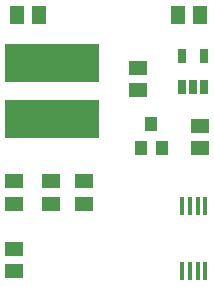
<source format=gbr>
G04 EAGLE Gerber RS-274X export*
G75*
%MOMM*%
%FSLAX34Y34*%
%LPD*%
%INSolderpaste Top*%
%IPPOS*%
%AMOC8*
5,1,8,0,0,1.08239X$1,22.5*%
G01*
%ADD10R,8.000000X3.300000*%
%ADD11R,1.016000X1.143000*%
%ADD12R,0.300000X1.500000*%
%ADD13R,0.690000X1.200000*%
%ADD14R,1.500000X1.300000*%
%ADD15R,1.300000X1.500000*%


D10*
X197600Y757500D03*
X197600Y710500D03*
D11*
X281100Y706060D03*
X289990Y685740D03*
X272210Y685740D03*
D12*
X307500Y581300D03*
X314000Y581300D03*
X320500Y581300D03*
X327000Y581300D03*
X307500Y636800D03*
X314000Y636800D03*
X320500Y636800D03*
X327000Y636800D03*
D13*
X307222Y737399D03*
X316722Y737399D03*
X326222Y737399D03*
X326222Y763401D03*
X307222Y763401D03*
D14*
X196000Y638500D03*
X196000Y657500D03*
X322349Y704500D03*
X322349Y685500D03*
X270000Y753500D03*
X270000Y734500D03*
X165000Y600500D03*
X165000Y581500D03*
X224000Y638500D03*
X224000Y657500D03*
D15*
X186500Y798000D03*
X167500Y798000D03*
X303500Y798000D03*
X322500Y798000D03*
D14*
X165000Y657500D03*
X165000Y638500D03*
M02*

</source>
